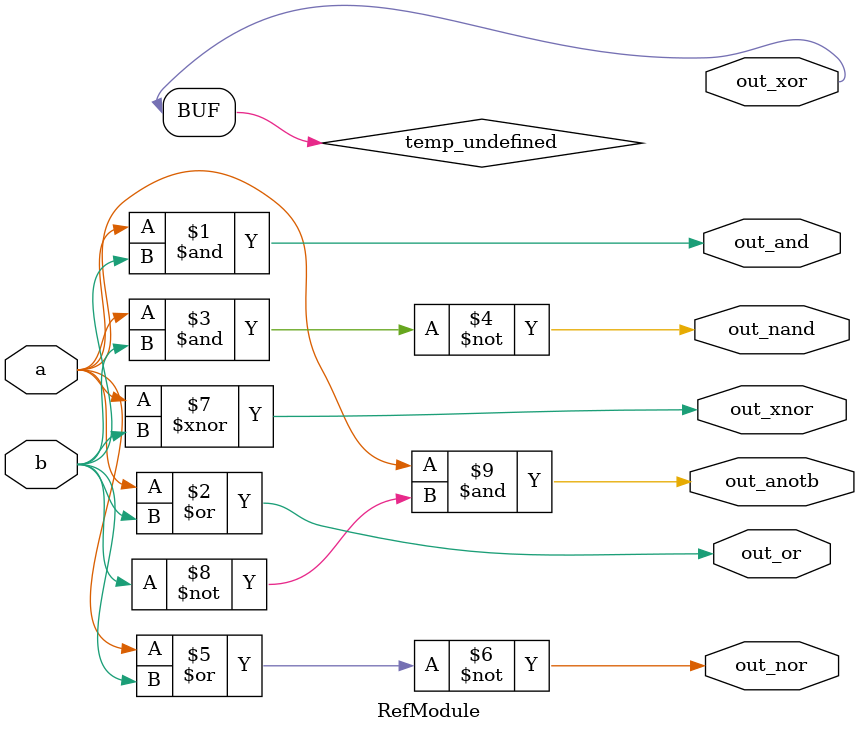
<source format=sv>

module RefModule (
  input a,
  input b,
  output out_and,
  output out_or,
  output out_xor,
  output out_nand,
  output out_nor,
  output out_xnor,
  output out_anotb
);

  assign out_and = a&b;
  assign out_or = a|b;
  assign out_xor = temp_undefined;
  assign out_nand = ~(a&b);
  assign out_nor = ~(a|b);
  assign out_xnor = a^~b;
  assign out_anotb = a & ~b;

endmodule


</source>
